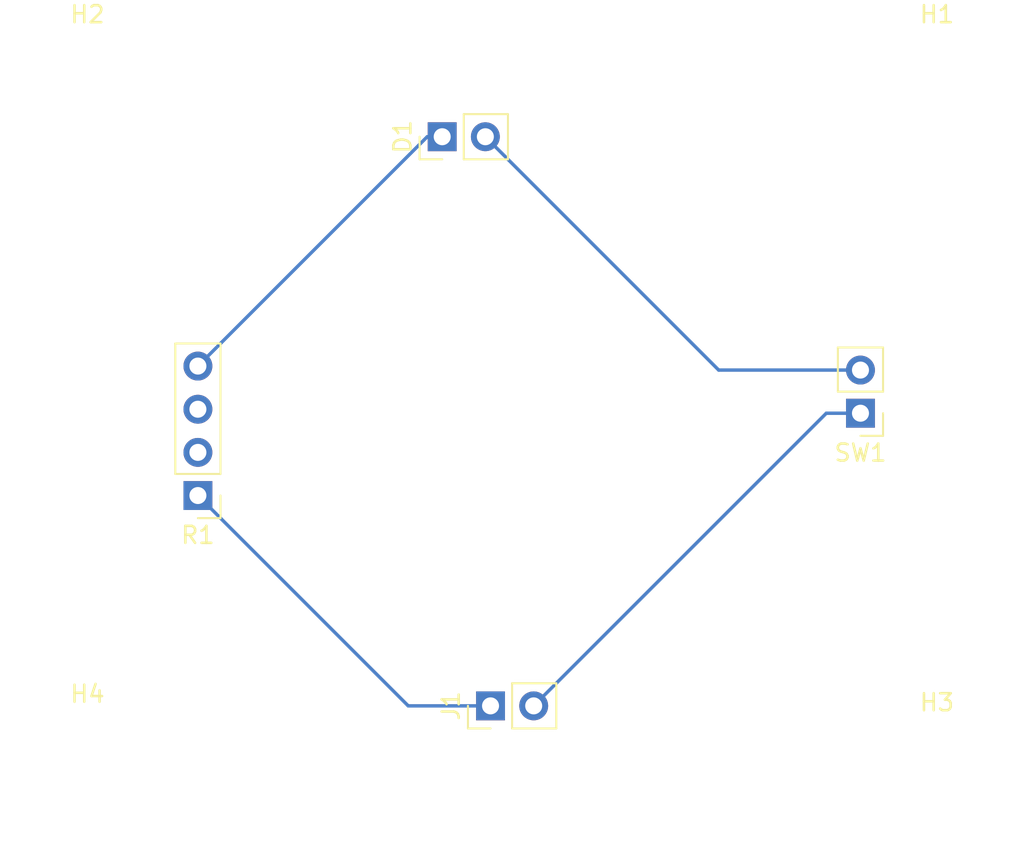
<source format=kicad_pcb>
(kicad_pcb (version 20240108) (generator "pcbnew") (generator_version "8.0")
  (layers (0 "F.Cu" signal) (31 "B.Cu" signal) (34 "B.Paste" user) (35 "F.Paste" user) (36 "B.SilkS" user "B.Silkscreen") (37 "F.SilkS" user "F.Silkscreen") (38 "B.Mask" user) (39 "F.Mask" user) (44 "Edge.Cuts" user))
  (net 0 "")
  (net 1 "Net-(D1-K)")
  (net 2 "Net-(J1-Pin_1)")
  (net 3 "Net-(J1-Pin_2)")
  (net 4 "Net-(D1-A)")
  (footprint "MountingHole:MountingHole_3.2mm_M3" (layer "F.Cu") (at 250 110)
    (property "Reference" "H1" (at 0 -4.2 0) (layer "F.SilkS"))
    (property "Value" "MountingHole")
    (pad "" np_thru_hole circle (at 0 0) (size 3.2 3.2) (drill 3.2) (layers "*.Cu" "*.Mask"))
  )
  (footprint "Connector_PinHeader_2.54mm:PinHeader_1x02_P2.54mm_Vertical" (layer "F.Cu") (at 223.725 146.5 90)
    (property "Reference" "J1" (at 0 -2.33 90) (layer "F.SilkS"))
    (property "Value" "Conn_01x02_Pin")
    (fp_line (start -1.33 -1.33) (end 0 -1.33) (stroke (width 0.12)) (layer "F.SilkS"))
    (fp_line (start -1.33 0) (end -1.33 -1.33) (stroke (width 0.12)) (layer "F.SilkS"))
    (fp_line (start 1.33 1.27) (end 1.33 3.87) (stroke (width 0.12)) (layer "F.SilkS"))
    (fp_line (start -1.33 1.27) (end 1.33 1.27) (stroke (width 0.12)) (layer "F.SilkS"))
    (fp_line (start -1.33 1.27) (end -1.33 3.87) (stroke (width 0.12)) (layer "F.SilkS"))
    (fp_line (start -1.33 3.87) (end 1.33 3.87) (stroke (width 0.12)) (layer "F.SilkS"))
    (pad "1" thru_hole rect (at 0 0 90) (size 1.7 1.7) (drill 1) (layers "*.Cu" "*.Mask") (net 2 "Net-(J1-Pin_1)"))
    (pad "2" thru_hole oval (at 0 2.54 90) (size 1.7 1.7) (drill 1) (layers "*.Cu" "*.Mask") (net 3 "Net-(J1-Pin_2)"))
  )
  (footprint "MountingHole:MountingHole_3.2mm_M3" (layer "F.Cu") (at 250 150.5)
    (property "Reference" "H3" (at 0 -4.2 0) (layer "F.SilkS"))
    (property "Value" "MountingHole")
    (pad "" np_thru_hole circle (at 0 0) (size 3.2 3.2) (drill 3.2) (layers "*.Cu" "*.Mask"))
  )
  (footprint "Connector_PinHeader_2.54mm:PinHeader_1x02_P2.54mm_Vertical" (layer "F.Cu") (at 245.5 129.275 180)
    (property "Reference" "SW1" (at 0 -2.33 0) (layer "F.SilkS"))
    (property "Value" "SW_DPST_x2")
    (fp_line (start 1.33 1.27) (end 1.33 3.87) (stroke (width 0.12)) (layer "F.SilkS"))
    (fp_line (start -1.33 3.87) (end 1.33 3.87) (stroke (width 0.12)) (layer "F.SilkS"))
    (fp_line (start -1.33 1.27) (end 1.33 1.27) (stroke (width 0.12)) (layer "F.SilkS"))
    (fp_line (start -1.33 1.27) (end -1.33 3.87) (stroke (width 0.12)) (layer "F.SilkS"))
    (fp_line (start -1.33 0) (end -1.33 -1.33) (stroke (width 0.12)) (layer "F.SilkS"))
    (fp_line (start -1.33 -1.33) (end 0 -1.33) (stroke (width 0.12)) (layer "F.SilkS"))
    (pad "1" thru_hole rect (at 0 0 180) (size 1.7 1.7) (drill 1) (layers "*.Cu" "*.Mask") (net 3 "Net-(J1-Pin_2)"))
    (pad "2" thru_hole oval (at 0 2.54 180) (size 1.7 1.7) (drill 1) (layers "*.Cu" "*.Mask") (net 4 "Net-(D1-A)"))
  )
  (footprint "Connector_PinHeader_2.54mm:PinHeader_1x04_P2.54mm_Vertical" (layer "F.Cu") (at 206.5 134.12 180)
    (property "Reference" "R1" (at 0 -2.33 0) (layer "F.SilkS"))
    (property "Value" "R")
    (fp_line (start 1.33 1.27) (end 1.33 8.95) (stroke (width 0.12)) (layer "F.SilkS"))
    (fp_line (start -1.33 8.95) (end 1.33 8.95) (stroke (width 0.12)) (layer "F.SilkS"))
    (fp_line (start -1.33 1.27) (end 1.33 1.27) (stroke (width 0.12)) (layer "F.SilkS"))
    (fp_line (start -1.33 1.27) (end -1.33 8.95) (stroke (width 0.12)) (layer "F.SilkS"))
    (fp_line (start -1.33 0) (end -1.33 -1.33) (stroke (width 0.12)) (layer "F.SilkS"))
    (fp_line (start -1.33 -1.33) (end 0 -1.33) (stroke (width 0.12)) (layer "F.SilkS"))
    (pad "1" thru_hole rect (at 0 0 180) (size 1.7 1.7) (drill 1) (layers "*.Cu" "*.Mask") (net 2 "Net-(J1-Pin_1)"))
    (pad "2" thru_hole oval (at 0 2.54 180) (size 1.7 1.7) (drill 1) (layers "*.Cu" "*.Mask"))
    (pad "3" thru_hole oval (at 0 5.08 180) (size 1.7 1.7) (drill 1) (layers "*.Cu" "*.Mask"))
    (pad "4" thru_hole oval (at 0 7.62 180) (size 1.7 1.7) (drill 1) (layers "*.Cu" "*.Mask") (net 1 "Net-(D1-K)"))
  )
  (footprint "MountingHole:MountingHole_3.2mm_M3" (layer "F.Cu") (at 200 150)
    (property "Reference" "H4" (at 0 -4.2 0) (layer "F.SilkS"))
    (property "Value" "MountingHole")
    (pad "" np_thru_hole circle (at 0 0) (size 3.2 3.2) (drill 3.2) (layers "*.Cu" "*.Mask"))
  )
  (footprint "MountingHole:MountingHole_3.2mm_M3" (layer "F.Cu") (at 200 110)
    (property "Reference" "H2" (at 0 -4.2 0) (layer "F.SilkS"))
    (property "Value" "MountingHole")
    (pad "" np_thru_hole circle (at 0 0) (size 3.2 3.2) (drill 3.2) (layers "*.Cu" "*.Mask"))
  )
  (footprint "Connector_PinHeader_2.54mm:PinHeader_1x02_P2.54mm_Vertical" (layer "F.Cu") (at 220.88 113 90)
    (property "Reference" "D1" (at 0 -2.33 90) (layer "F.SilkS"))
    (property "Value" "LED")
    (fp_line (start -1.33 -1.33) (end 0 -1.33) (stroke (width 0.12)) (layer "F.SilkS"))
    (fp_line (start -1.33 0) (end -1.33 -1.33) (stroke (width 0.12)) (layer "F.SilkS"))
    (fp_line (start 1.33 1.27) (end 1.33 3.87) (stroke (width 0.12)) (layer "F.SilkS"))
    (fp_line (start -1.33 1.27) (end 1.33 1.27) (stroke (width 0.12)) (layer "F.SilkS"))
    (fp_line (start -1.33 1.27) (end -1.33 3.87) (stroke (width 0.12)) (layer "F.SilkS"))
    (fp_line (start -1.33 3.87) (end 1.33 3.87) (stroke (width 0.12)) (layer "F.SilkS"))
    (pad "1" thru_hole rect (at 0 0 90) (size 1.7 1.7) (drill 1) (layers "*.Cu" "*.Mask") (net 1 "Net-(D1-K)"))
    (pad "2" thru_hole oval (at 0 2.54 90) (size 1.7 1.7) (drill 1) (layers "*.Cu" "*.Mask") (net 4 "Net-(D1-A)"))
  )
  (segment (start 220 113) (end 220.88 113) (width 0.2) (layer "B.Cu") (net 1))
  (segment (start 206.5 126.5) (end 220 113) (width 0.2) (layer "B.Cu") (net 1))
  (segment (start 223.725 146.5) (end 218.88 146.5) (width 0.2) (layer "B.Cu") (net 2))
  (segment (start 218.88 146.5) (end 206.5 134.12) (width 0.2) (layer "B.Cu") (net 2))
  (segment (start 245.5 129.275) (end 243.49 129.275) (width 0.2) (layer "B.Cu") (net 3))
  (segment (start 243.49 129.275) (end 226.265 146.5) (width 0.2) (layer "B.Cu") (net 3))
  (segment (start 237.155 126.735) (end 223.42 113) (width 0.2) (layer "B.Cu") (net 4))
  (segment (start 245.5 126.735) (end 237.155 126.735) (width 0.2) (layer "B.Cu") (net 4))
)
</source>
